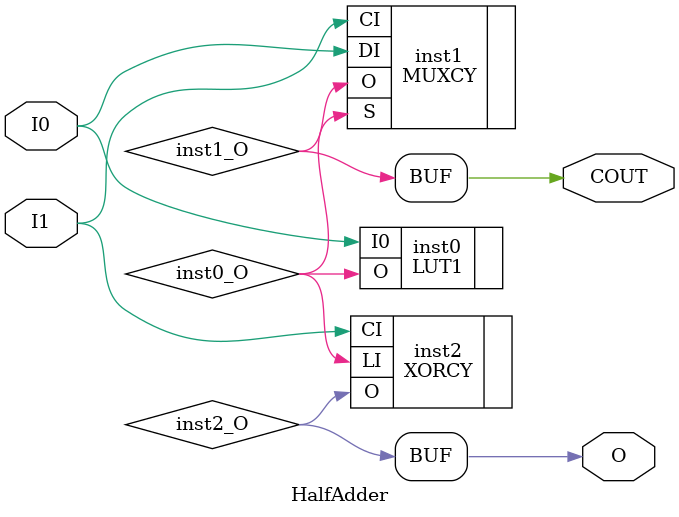
<source format=v>
module HalfAdder (input  I0, input  I1, output  O, output  COUT);
wire  inst0_O;
wire  inst1_O;
wire  inst2_O;
LUT1 #(.INIT(2'h2)) inst0 (.I0(I0), .O(inst0_O));
MUXCY inst1 (.DI(I0), .CI(I1), .S(inst0_O), .O(inst1_O));
XORCY inst2 (.LI(inst0_O), .CI(I1), .O(inst2_O));
assign O = inst2_O;
assign COUT = inst1_O;
endmodule


</source>
